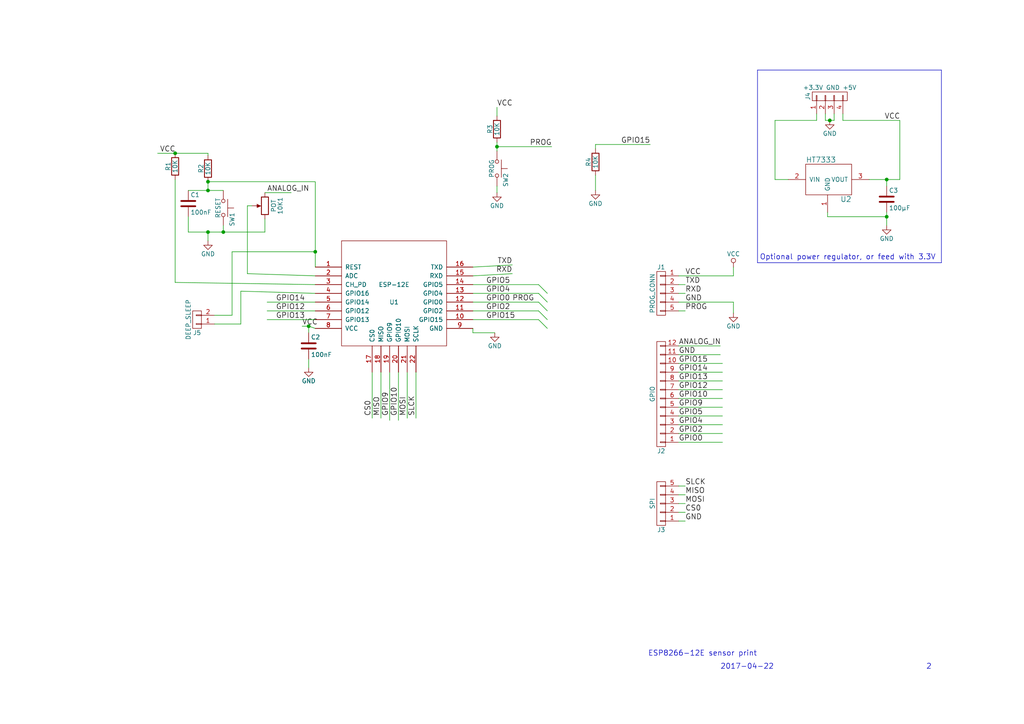
<source format=kicad_sch>
(kicad_sch (version 20230121) (generator eeschema)
  (paper "A4")
  (lib_symbols
    (symbol "ESP-Sensors-rescue:C" (pin_numbers hide) (pin_names (offset 0.254))
      (property "Reference" "C" (at 0.635 2.54 0))
      (property "Value" "C" (at 0.635 -2.54 0))
      (symbol "C_0_1"
        (polyline (pts (xy -2.032 -0.762) (xy 2.032 -0.762)) (stroke (width 0.508)))
        (polyline (pts (xy -2.032 0.762) (xy 2.032 0.762)) (stroke (width 0.508)))
      )
      (symbol "C_1_1"
        (pin passive line (at 0 3.81 270) (length 2.794) (name "~") (number "1"))
        (pin passive line (at 0 -3.81 90) (length 2.794) (name "~") (number "2"))
      )
    )
    (symbol "ESP-Sensors-rescue:CONN_01X02" (pin_names (offset 1.016) hide)
      (property "Reference" "J" (at 0 3.81 0))
      (property "Value" "CONN_01X02" (at 2.54 0 90))
      (symbol "CONN_01X02_0_1"
        (rectangle (start -1.27 -1.143) (end 0.254 -1.397))
        (rectangle (start -1.27 1.397) (end 0.254 1.143))
        (rectangle (start -1.27 2.54) (end 1.27 -2.54))
      )
      (symbol "CONN_01X02_1_1"
        (pin passive line (at -5.08 1.27 0) (length 3.81) (name "P1") (number "1"))
        (pin passive line (at -5.08 -1.27 0) (length 3.81) (name "P2") (number "2"))
      )
    )
    (symbol "ESP-Sensors-rescue:CONN_01X04" (pin_names (offset 1.016) hide)
      (property "Reference" "J" (at 0 6.35 0))
      (property "Value" "CONN_01X04" (at 2.54 0 90))
      (symbol "CONN_01X04_0_1"
        (rectangle (start -1.27 -3.683) (end 0.254 -3.937))
        (rectangle (start -1.27 -1.143) (end 0.254 -1.397))
        (rectangle (start -1.27 1.397) (end 0.254 1.143))
        (rectangle (start -1.27 3.937) (end 0.254 3.683))
        (rectangle (start -1.27 5.08) (end 1.27 -5.08))
      )
      (symbol "CONN_01X04_1_1"
        (pin power_out line (at -5.08 3.81 0) (length 3.81) (name "P1") (number "1"))
        (pin passive line (at -5.08 1.27 0) (length 3.81) (name "P2") (number "2"))
        (pin passive line (at -5.08 -1.27 0) (length 3.81) (name "P3") (number "3"))
        (pin passive line (at -5.08 -3.81 0) (length 3.81) (name "P4") (number "4"))
      )
    )
    (symbol "ESP-Sensors-rescue:CONN_01X05" (pin_names (offset 1.016) hide)
      (property "Reference" "J" (at 0 7.62 0))
      (property "Value" "CONN_01X05" (at 2.54 0 90))
      (symbol "CONN_01X05_0_1"
        (rectangle (start -1.27 -4.953) (end 0.254 -5.207))
        (rectangle (start -1.27 -2.413) (end 0.254 -2.667))
        (rectangle (start -1.27 0.127) (end 0.254 -0.127))
        (rectangle (start -1.27 2.667) (end 0.254 2.413))
        (rectangle (start -1.27 5.207) (end 0.254 4.953))
        (rectangle (start -1.27 6.35) (end 1.27 -6.35))
      )
      (symbol "CONN_01X05_1_1"
        (pin passive line (at -5.08 5.08 0) (length 3.81) (name "P1") (number "1"))
        (pin passive line (at -5.08 2.54 0) (length 3.81) (name "P2") (number "2"))
        (pin passive line (at -5.08 0 0) (length 3.81) (name "P3") (number "3"))
        (pin passive line (at -5.08 -2.54 0) (length 3.81) (name "P4") (number "4"))
        (pin passive line (at -5.08 -5.08 0) (length 3.81) (name "P5") (number "5"))
      )
    )
    (symbol "ESP-Sensors-rescue:CONN_01X12" (pin_names (offset 1.016) hide)
      (property "Reference" "J" (at 0 16.51 0))
      (property "Value" "CONN_01X12" (at 2.54 0 90))
      (symbol "CONN_01X12_0_1"
        (rectangle (start -1.27 -15.24) (end 1.27 15.24))
        (rectangle (start -1.27 -13.843) (end 0.254 -14.097))
        (rectangle (start -1.27 -11.303) (end 0.254 -11.557))
        (rectangle (start -1.27 -8.763) (end 0.254 -9.017))
        (rectangle (start -1.27 -6.223) (end 0.254 -6.477))
        (rectangle (start -1.27 -3.683) (end 0.254 -3.937))
        (rectangle (start -1.27 -1.143) (end 0.254 -1.397))
        (rectangle (start -1.27 1.397) (end 0.254 1.143))
        (rectangle (start -1.27 3.937) (end 0.254 3.683))
        (rectangle (start -1.27 6.477) (end 0.254 6.223))
        (rectangle (start -1.27 9.017) (end 0.254 8.763))
        (rectangle (start -1.27 11.557) (end 0.254 11.303))
        (rectangle (start -1.27 14.097) (end 0.254 13.843))
      )
      (symbol "CONN_01X12_1_1"
        (pin passive line (at -5.08 13.97 0) (length 3.81) (name "P1") (number "1"))
        (pin passive line (at -5.08 -8.89 0) (length 3.81) (name "P10") (number "10"))
        (pin passive line (at -5.08 -11.43 0) (length 3.81) (name "P11") (number "11"))
        (pin passive line (at -5.08 -13.97 0) (length 3.81) (name "P12") (number "12"))
        (pin passive line (at -5.08 11.43 0) (length 3.81) (name "P2") (number "2"))
        (pin passive line (at -5.08 8.89 0) (length 3.81) (name "P3") (number "3"))
        (pin passive line (at -5.08 6.35 0) (length 3.81) (name "P4") (number "4"))
        (pin passive line (at -5.08 3.81 0) (length 3.81) (name "P5") (number "5"))
        (pin passive line (at -5.08 1.27 0) (length 3.81) (name "P6") (number "6"))
        (pin passive line (at -5.08 -1.27 0) (length 3.81) (name "P7") (number "7"))
        (pin passive line (at -5.08 -3.81 0) (length 3.81) (name "P8") (number "8"))
        (pin passive line (at -5.08 -6.35 0) (length 3.81) (name "P9") (number "9"))
      )
    )
    (symbol "ESP-Sensors-rescue:ESP-12E" (pin_names (offset 1.016))
      (property "Reference" "U" (at 0 -2.54 0))
      (property "Value" "ESP-12E" (at 0 2.54 0))
      (symbol "ESP-12E_1_0"
        (rectangle (start -15.24 -15.24) (end 15.24 15.24))
      )
      (symbol "ESP-12E_1_1"
        (pin input line (at -22.86 7.62 0) (length 7.62) (name "REST") (number "1"))
        (pin bidirectional line (at 22.86 -7.62 180) (length 7.62) (name "GPIO15") (number "10"))
        (pin bidirectional line (at 22.86 -5.08 180) (length 7.62) (name "GPIO2") (number "11"))
        (pin bidirectional line (at 22.86 -2.54 180) (length 7.62) (name "GPIO0") (number "12"))
        (pin bidirectional line (at 22.86 0 180) (length 7.62) (name "GPIO4") (number "13"))
        (pin bidirectional line (at 22.86 2.54 180) (length 7.62) (name "GPIO5") (number "14"))
        (pin input line (at 22.86 5.08 180) (length 7.62) (name "RXD") (number "15"))
        (pin output line (at 22.86 7.62 180) (length 7.62) (name "TXD") (number "16"))
        (pin bidirectional line (at -6.35 -22.86 90) (length 7.62) (name "CS0") (number "17"))
        (pin bidirectional line (at -3.81 -22.86 90) (length 7.62) (name "MISO") (number "18"))
        (pin bidirectional line (at -1.27 -22.86 90) (length 7.62) (name "GPIO9") (number "19"))
        (pin passive line (at -22.86 5.08 0) (length 7.62) (name "ADC") (number "2"))
        (pin bidirectional line (at 1.27 -22.86 90) (length 7.62) (name "GPIO10") (number "20"))
        (pin bidirectional line (at 3.81 -22.86 90) (length 7.62) (name "MOSI") (number "21"))
        (pin bidirectional line (at 6.35 -22.86 90) (length 7.62) (name "SCLK") (number "22"))
        (pin input line (at -22.86 2.54 0) (length 7.62) (name "CH_PD") (number "3"))
        (pin bidirectional line (at -22.86 0 0) (length 7.62) (name "GPIO16") (number "4"))
        (pin bidirectional line (at -22.86 -2.54 0) (length 7.62) (name "GPIO14") (number "5"))
        (pin bidirectional line (at -22.86 -5.08 0) (length 7.62) (name "GPIO12") (number "6"))
        (pin bidirectional line (at -22.86 -7.62 0) (length 7.62) (name "GPIO13") (number "7"))
        (pin power_in line (at -22.86 -10.16 0) (length 7.62) (name "VCC") (number "8"))
        (pin power_in line (at 22.86 -10.16 180) (length 7.62) (name "GND") (number "9"))
      )
    )
    (symbol "ESP-Sensors-rescue:GND" (power) (pin_names (offset 0))
      (property "Value" "GND" (at 0 -3.81 0))
      (symbol "GND_0_1"
        (polyline (pts (xy 0 0) (xy 0 -1.27) (xy 1.27 -1.27) (xy 0 -2.54) (xy -1.27 -1.27) (xy 0 -1.27)))
      )
      (symbol "GND_1_1"
        (pin power_in line (at 0 0 270) (length 0) hide (name "GND") (number "1"))
      )
    )
    (symbol "ESP-Sensors-rescue:HT7333" (pin_names (offset 1.016))
      (property "Reference" "U" (at 6.985 -5.715 0))
      (property "Value" "HT7333" (at -1.905 5.715 0))
      (symbol "HT7333_0_1"
        (rectangle (start -6.35 4.445) (end 6.985 -4.445))
      )
      (symbol "HT7333_1_1"
        (pin passive line (at 0 -9.525 90) (length 5.08) (name "GND") (number "1"))
        (pin power_in line (at -11.43 0 0) (length 5.08) (name "VIN") (number "2"))
        (pin power_out line (at 12.065 0 180) (length 5.08) (name "VOUT") (number "3"))
      )
    )
    (symbol "ESP-Sensors-rescue:POT" (pin_numbers hide) (pin_names (offset 1.016) hide)
      (property "Reference" "RV" (at -4.445 0 90))
      (property "Value" "POT" (at -2.54 0 90))
      (symbol "POT_0_1"
        (polyline (pts (xy 2.54 0) (xy 1.524 0)))
        (polyline (pts (xy 1.143 0) (xy 2.286 0.508) (xy 2.286 -0.508)) (fill (type outline)))
        (rectangle (start 1.016 2.54) (end -1.016 -2.54) (stroke (width 0.254)))
      )
      (symbol "POT_1_1"
        (pin passive line (at 0 3.81 270) (length 1.27) (name "1") (number "1"))
        (pin passive line (at 3.81 0 180) (length 1.27) (name "2") (number "2"))
        (pin passive line (at 0 -3.81 90) (length 1.27) (name "3") (number "3"))
      )
    )
    (symbol "ESP-Sensors-rescue:PROG_CONN" (pin_names (offset 1.016) hide)
      (property "Reference" "J" (at 0 7.62 0))
      (property "Value" "PROG_CONN" (at 2.54 0 90))
      (symbol "PROG_CONN_0_1"
        (rectangle (start -1.27 -4.953) (end 0.254 -5.207))
        (rectangle (start -1.27 -2.413) (end 0.254 -2.667))
        (rectangle (start -1.27 0.127) (end 0.254 -0.127))
        (rectangle (start -1.27 2.667) (end 0.254 2.413))
        (rectangle (start -1.27 5.207) (end 0.254 4.953))
        (rectangle (start -1.27 6.35) (end 1.27 -6.35))
      )
      (symbol "PROG_CONN_1_1"
        (pin passive line (at -5.08 5.08 0) (length 3.81) (name "P1") (number "1"))
        (pin input line (at -5.08 2.54 0) (length 3.81) (name "P2") (number "2"))
        (pin output line (at -5.08 0 0) (length 3.81) (name "P3") (number "3"))
        (pin power_out line (at -5.08 -2.54 0) (length 3.81) (name "P4") (number "4"))
        (pin passive line (at -5.08 -5.08 0) (length 3.81) (name "P5") (number "5"))
      )
    )
    (symbol "ESP-Sensors-rescue:R" (pin_numbers hide) (pin_names (offset 0))
      (property "Reference" "R" (at 2.032 0 90))
      (property "Value" "R" (at 0 0 90))
      (symbol "R_0_1"
        (rectangle (start -1.016 -2.54) (end 1.016 2.54) (stroke (width 0.254)))
      )
      (symbol "R_1_1"
        (pin passive line (at 0 3.81 270) (length 1.27) (name "~") (number "1"))
        (pin passive line (at 0 -3.81 90) (length 1.27) (name "~") (number "2"))
      )
    )
    (symbol "ESP-Sensors-rescue:SW_Push" (pin_numbers hide) (pin_names (offset 1.016) hide)
      (property "Reference" "SW" (at 1.27 2.54 0))
      (property "Value" "SW_Push" (at 0 -1.524 0))
      (symbol "SW_Push_0_1"
        (circle (center -2.032 0) (radius 0.508))
        (polyline (pts (xy 0 1.27) (xy 0 3.048)))
        (polyline (pts (xy 2.54 1.27) (xy -2.54 1.27)))
        (circle (center 2.032 0) (radius 0.508))
        (pin passive line (at -5.08 0 0) (length 2.54) (name "1") (number "1"))
        (pin passive line (at 5.08 0 180) (length 2.54) (name "2") (number "2"))
      )
    )
    (symbol "ESP-Sensors-rescue:VCC" (power) (pin_names (offset 0))
      (property "Value" "VCC" (at 0 3.81 0))
      (symbol "VCC_0_1"
        (polyline (pts (xy 0 0) (xy 0 1.27)))
        (circle (center 0 1.905) (radius 0.635))
      )
      (symbol "VCC_1_1"
        (pin power_in line (at 0 0 90) (length 0) hide (name "VCC") (number "1"))
      )
    )
  )
  (bus_alias "GPIO[0..15]" (members "GPIO0" "GPIO2" "GPIO4" "GPIO5" "GPIO9" "GPIO10" "GPIO12" "GPIO13" "GPIO14" "GPIO15"))
  (junction (at 144.145 42.545))
  (junction (at 60.325 52.705))
  (junction (at 91.44 73.025))
  (junction (at 60.325 55.245))
  (junction (at 50.8 44.45))
  (junction (at 257.175 62.865))
  (junction (at 64.77 67.31))
  (junction (at 257.175 52.07))
  (junction (at 89.535 94.615))
  (junction (at 60.325 67.31))
  (junction (at 240.665 34.925))
  (bus_entry (at 156.21 85.09) (size 2.54 2.54))
  (bus_entry (at 156.21 87.63) (size 2.54 2.54))
  (bus_entry (at 156.21 92.71) (size 2.54 2.54))
  (bus_entry (at 156.21 90.17) (size 2.54 2.54))
  (bus_entry (at 156.21 82.55) (size 2.54 2.54))
  (wire (pts (xy 137.16 87.63) (xy 156.21 87.63)))
  (wire (pts (xy 71.755 59.69) (xy 73.025 59.69)))
  (wire (pts (xy 196.85 123.19) (xy 209.55 123.19)))
  (wire (pts (xy 196.85 146.05) (xy 198.755 146.05)))
  (wire (pts (xy 137.16 85.09) (xy 156.21 85.09)))
  (wire (pts (xy 257.175 52.07) (xy 252.095 52.07)))
  (wire (pts (xy 120.65 107.95) (xy 120.65 121.285)))
  (wire (pts (xy 196.85 143.51) (xy 198.755 143.51)))
  (wire (pts (xy 224.79 52.07) (xy 228.6 52.07)))
  (wire (pts (xy 76.835 67.31) (xy 76.835 63.5)))
  (wire (pts (xy 196.85 90.17) (xy 198.755 90.17)))
  (wire (pts (xy 196.85 110.49) (xy 209.55 110.49)))
  (wire (pts (xy 71.755 79.375) (xy 71.755 59.69)))
  (wire (pts (xy 196.85 85.09) (xy 198.755 85.09)))
  (wire (pts (xy 137.16 96.52) (xy 137.16 95.25)))
  (wire (pts (xy 143.51 96.52) (xy 137.16 96.52)))
  (wire (pts (xy 64.77 67.31) (xy 76.835 67.31)))
  (wire (pts (xy 137.16 82.55) (xy 156.21 82.55)))
  (wire (pts (xy 60.325 44.45) (xy 60.325 45.085)))
  (wire (pts (xy 77.47 90.17) (xy 91.44 90.17)))
  (polyline (pts (xy 273.05 20.32) (xy 219.71 20.32)))
  (wire (pts (xy 240.03 61.595) (xy 240.03 62.865)))
  (wire (pts (xy 62.23 91.44) (xy 67.31 91.44)))
  (wire (pts (xy 91.44 52.705) (xy 91.44 73.025)))
  (wire (pts (xy 137.16 90.17) (xy 156.21 90.17)))
  (wire (pts (xy 50.8 81.915) (xy 91.44 82.55)))
  (wire (pts (xy 212.725 80.01) (xy 212.725 77.47)))
  (polyline (pts (xy 273.05 76.2) (xy 273.05 20.32)))
  (wire (pts (xy 172.72 50.8) (xy 172.72 55.245)))
  (wire (pts (xy 54.61 67.31) (xy 60.325 67.31)))
  (wire (pts (xy 196.85 113.03) (xy 209.55 113.03)))
  (wire (pts (xy 60.325 67.31) (xy 64.77 67.31)))
  (wire (pts (xy 244.475 34.925) (xy 260.985 34.925)))
  (wire (pts (xy 196.85 102.87) (xy 208.915 102.87)))
  (wire (pts (xy 110.49 107.95) (xy 110.49 121.285)))
  (polyline (pts (xy 219.71 76.2) (xy 273.05 76.2)))
  (wire (pts (xy 257.175 62.865) (xy 257.175 65.405)))
  (wire (pts (xy 45.72 44.45) (xy 50.8 44.45)))
  (wire (pts (xy 89.535 94.615) (xy 91.44 95.25)))
  (wire (pts (xy 196.85 115.57) (xy 209.55 115.57)))
  (wire (pts (xy 77.47 92.71) (xy 91.44 92.71)))
  (wire (pts (xy 60.325 52.705) (xy 91.44 52.705)))
  (wire (pts (xy 64.77 67.31) (xy 64.77 65.405)))
  (wire (pts (xy 144.145 42.545) (xy 160.02 42.545)))
  (wire (pts (xy 257.175 61.595) (xy 257.175 62.865)))
  (wire (pts (xy 144.145 33.655) (xy 144.145 31.115)))
  (wire (pts (xy 54.61 62.865) (xy 54.61 67.31)))
  (wire (pts (xy 67.31 91.44) (xy 67.31 73.025)))
  (wire (pts (xy 196.85 105.41) (xy 209.55 105.41)))
  (wire (pts (xy 244.475 33.02) (xy 244.475 34.925)))
  (wire (pts (xy 196.85 118.11) (xy 209.55 118.11)))
  (wire (pts (xy 60.325 55.245) (xy 60.325 52.705)))
  (wire (pts (xy 241.935 34.925) (xy 241.935 33.02)))
  (wire (pts (xy 50.8 44.45) (xy 60.325 44.45)))
  (wire (pts (xy 137.16 92.71) (xy 156.21 92.71)))
  (wire (pts (xy 196.85 107.95) (xy 209.55 107.95)))
  (wire (pts (xy 89.535 94.615) (xy 89.535 96.52)))
  (wire (pts (xy 196.85 100.33) (xy 208.915 100.33)))
  (wire (pts (xy 91.44 73.025) (xy 91.44 77.47)))
  (wire (pts (xy 196.85 140.97) (xy 198.755 140.97)))
  (wire (pts (xy 144.145 42.545) (xy 144.145 43.815)))
  (wire (pts (xy 50.8 52.07) (xy 50.8 81.915)))
  (wire (pts (xy 239.395 34.925) (xy 240.665 34.925)))
  (wire (pts (xy 87.63 94.615) (xy 89.535 94.615)))
  (wire (pts (xy 260.985 52.07) (xy 257.175 52.07)))
  (wire (pts (xy 196.85 151.13) (xy 198.755 151.13)))
  (wire (pts (xy 60.325 55.245) (xy 64.77 55.245)))
  (wire (pts (xy 196.85 82.55) (xy 198.755 82.55)))
  (wire (pts (xy 77.47 87.63) (xy 91.44 87.63)))
  (wire (pts (xy 69.85 93.98) (xy 62.23 93.98)))
  (wire (pts (xy 196.85 80.01) (xy 212.725 80.01)))
  (wire (pts (xy 54.61 55.245) (xy 60.325 55.245)))
  (wire (pts (xy 113.03 107.95) (xy 113.03 121.92)))
  (wire (pts (xy 107.95 107.95) (xy 107.95 121.285)))
  (wire (pts (xy 240.665 34.925) (xy 241.935 34.925)))
  (wire (pts (xy 196.85 125.73) (xy 209.55 125.73)))
  (wire (pts (xy 196.85 148.59) (xy 198.755 148.59)))
  (wire (pts (xy 224.79 34.925) (xy 224.79 52.07)))
  (wire (pts (xy 224.79 34.925) (xy 236.855 34.925)))
  (wire (pts (xy 71.755 79.375) (xy 91.44 80.01)))
  (wire (pts (xy 137.16 80.01) (xy 148.59 79.375)))
  (wire (pts (xy 144.145 53.975) (xy 144.145 55.88)))
  (wire (pts (xy 172.72 41.91) (xy 172.72 43.18)))
  (wire (pts (xy 115.57 107.95) (xy 115.57 121.92)))
  (wire (pts (xy 118.11 107.95) (xy 118.11 121.285)))
  (wire (pts (xy 239.395 33.02) (xy 239.395 34.925)))
  (wire (pts (xy 260.985 34.925) (xy 260.985 52.07)))
  (wire (pts (xy 236.855 34.925) (xy 236.855 33.02)))
  (wire (pts (xy 69.85 84.455) (xy 69.85 93.98)))
  (wire (pts (xy 257.175 52.07) (xy 257.175 53.975)))
  (wire (pts (xy 240.03 62.865) (xy 257.175 62.865)))
  (polyline (pts (xy 219.71 20.32) (xy 219.71 76.2)))
  (wire (pts (xy 76.835 55.88) (xy 84.455 55.88)))
  (wire (pts (xy 67.31 73.025) (xy 91.44 73.025)))
  (wire (pts (xy 89.535 104.14) (xy 89.535 106.68)))
  (wire (pts (xy 144.145 41.275) (xy 144.145 42.545)))
  (wire (pts (xy 172.72 41.91) (xy 188.595 41.91)))
  (wire (pts (xy 196.85 120.65) (xy 209.55 120.65)))
  (wire (pts (xy 60.325 67.31) (xy 60.325 69.85)))
  (wire (pts (xy 196.85 87.63) (xy 212.725 87.63)))
  (wire (pts (xy 137.16 77.47) (xy 148.59 76.835)))
  (wire (pts (xy 212.725 87.63) (xy 212.725 90.805)))
  (wire (pts (xy 196.85 128.27) (xy 209.55 128.27)))
  (wire (pts (xy 69.85 84.455) (xy 91.44 85.09)))
  (text "2" (at 268.605 194.31 0) (effects (font (size 1.524 1.524)) (justify left bottom)))
  (text "2017-04-22" (at 208.915 194.31 0) (effects (font (size 1.524 1.524)) (justify left bottom)))
  (text "ESP8266-12E sensor print" (at 187.96 190.5 0) (effects (font (size 1.524 1.524)) (justify left bottom)))
  (text "Optional power regulator, or feed with 3.3V" (at 220.345 75.565 0) (effects (font (size 1.524 1.524)) (justify left bottom)))
  (label "MISO" (at 110.49 120.65 90) (effects (font (size 1.524 1.524))))
  (label "RXD" (at 198.755 85.09 0) (effects (font (size 1.524 1.524))))
  (label "GPIO13" (at 80.01 92.71 0) (effects (font (size 1.524 1.524))))
  (label "SLCK" (at 120.65 120.65 90) (effects (font (size 1.524 1.524))))
  (label "TXD" (at 198.755 82.55 0) (effects (font (size 1.524 1.524))))
  (label "PROG" (at 154.94 87.63 180) (effects (font (size 1.524 1.524))))
  (label "MISO" (at 198.755 143.51 0) (effects (font (size 1.524 1.524))))
  (label "CS0" (at 198.755 148.59 0) (effects (font (size 1.524 1.524))))
  (label "TXD" (at 148.59 76.835 180) (effects (font (size 1.524 1.524))))
  (label "GPIO10" (at 196.85 115.57 0) (effects (font (size 1.524 1.524))))
  (label "VCC" (at 256.54 34.925 0) (effects (font (size 1.524 1.524))))
  (label "CS0" (at 107.95 120.65 90) (effects (font (size 1.524 1.524))))
  (label "SLCK" (at 198.755 140.97 0) (effects (font (size 1.524 1.524))))
  (label "GPIO15" (at 140.97 92.71 0) (effects (font (size 1.524 1.524))))
  (label "GPIO12" (at 80.01 90.17 0) (effects (font (size 1.524 1.524))))
  (label "PROG" (at 198.755 90.17 0) (effects (font (size 1.524 1.524))))
  (label "GPIO15" (at 196.85 105.41 0) (effects (font (size 1.524 1.524))))
  (label "PROG" (at 160.02 42.545 180) (effects (font (size 1.524 1.524))))
  (label "GPIO0" (at 196.85 128.27 0) (effects (font (size 1.524 1.524))))
  (label "VCC" (at 144.145 31.115 0) (effects (font (size 1.524 1.524))))
  (label "GPIO2" (at 140.97 90.17 0) (effects (font (size 1.524 1.524))))
  (label "GPIO4" (at 140.97 85.09 0) (effects (font (size 1.524 1.524))))
  (label "GPIO0" (at 140.97 87.63 0) (effects (font (size 1.524 1.524))))
  (label "GND" (at 196.85 102.87 0) (effects (font (size 1.524 1.524))))
  (label "MOSI" (at 118.11 120.65 90) (effects (font (size 1.524 1.524))))
  (label "GPIO9" (at 113.03 120.65 90) (effects (font (size 1.524 1.524))))
  (label "GPIO14" (at 80.01 87.63 0) (effects (font (size 1.524 1.524))))
  (label "VCC" (at 87.63 94.615 0) (effects (font (size 1.524 1.524))))
  (label "GPIO5" (at 196.85 120.65 0) (effects (font (size 1.524 1.524))))
  (label "GPIO13" (at 196.85 110.49 0) (effects (font (size 1.524 1.524))))
  (label "GPIO12" (at 196.85 113.03 0) (effects (font (size 1.524 1.524))))
  (label "GND" (at 198.755 87.63 0) (effects (font (size 1.524 1.524))))
  (label "ANALOG_IN" (at 77.47 55.88 0) (effects (font (size 1.524 1.524))))
  (label "GPIO2" (at 196.85 125.73 0) (effects (font (size 1.524 1.524))))
  (label "MOSI" (at 198.755 146.05 0) (effects (font (size 1.524 1.524))))
  (label "GND" (at 198.755 151.13 0) (effects (font (size 1.524 1.524))))
  (label "GPIO4" (at 196.85 123.19 0) (effects (font (size 1.524 1.524))))
  (label "VCC" (at 46.355 44.45 0) (effects (font (size 1.524 1.524))))
  (label "VCC" (at 198.755 80.01 0) (effects (font (size 1.524 1.524))))
  (label "RXD" (at 148.59 79.375 180) (effects (font (size 1.524 1.524))))
  (label "GPIO14" (at 196.85 107.95 0) (effects (font (size 1.524 1.524))))
  (label "GPIO5" (at 140.97 82.55 0) (effects (font (size 1.524 1.524))))
  (label "GPIO9" (at 196.85 118.11 0) (effects (font (size 1.524 1.524))))
  (label "GPIO15" (at 188.595 41.91 180) (effects (font (size 1.524 1.524))))
  (label "ANALOG_IN" (at 196.85 100.33 0) (effects (font (size 1.524 1.524))))
  (label "GPIO10" (at 115.57 120.65 90) (effects (font (size 1.524 1.524))))
  (symbol (lib_id "ESP-Sensors-rescue:ESP-12E") (at 114.3 85.09 0) (unit 1)
    (property "Reference" "U1" (at 114.3 87.63 0))
    (property "Value" "ESP-12E" (at 114.3 82.55 0))
    (property "Footprint" "ESP8266:ESP-12E" (effects hide))
  )
  (symbol (lib_id "ESP-Sensors-rescue:CONN_01X12") (at 191.77 114.3 180) (unit 1)
    (property "Reference" "J2" (at 191.77 130.81 0))
    (property "Value" "GPIO" (at 189.23 114.3 90))
    (property "Footprint" "Pin_Headers:Pin_Header_Straight_1x12" (effects hide))
  )
  (symbol (lib_id "ESP-Sensors-rescue:R") (at 60.325 48.895 180) (unit 1)
    (property "Reference" "R2" (at 58.293 48.895 90))
    (property "Value" "10K" (at 60.325 48.895 90))
    (property "Footprint" "Resistors_SMD:R_0805_HandSoldering" (effects hide))
  )
  (symbol (lib_id "ESP-Sensors-rescue:SW_Push") (at 64.77 60.325 270) (unit 1)
    (property "Reference" "SW1" (at 67.31 61.595 0) (effects (justify left)))
    (property "Value" "RESET" (at 63.246 60.325 0))
    (property "Footprint" "Buttons_Switches_THT:SW_PUSH_6mm" (effects hide))
  )
  (symbol (lib_id "ESP-Sensors-rescue:GND") (at 60.325 69.85 0) (unit 1)
    (property "Reference" "#PWR01" (effects hide))
    (property "Value" "GND" (at 60.325 73.66 0))
  )
  (symbol (lib_id "ESP-Sensors-rescue:R") (at 50.8 48.26 180) (unit 1)
    (property "Reference" "R1" (at 48.768 48.26 90))
    (property "Value" "10K" (at 50.8 48.26 90))
    (property "Footprint" "Resistors_SMD:R_0805_HandSoldering" (effects hide))
  )
  (symbol (lib_id "ESP-Sensors-rescue:POT") (at 76.835 59.69 180) (unit 1)
    (property "Reference" "10K1" (at 81.28 59.69 90))
    (property "Value" "POT" (at 79.375 59.69 90))
    (property "Footprint" "Potentiometers:Potentiometer_Trimmer_Vishay_T73YP_Horizontal" (effects hide))
  )
  (symbol (lib_id "ESP-Sensors-rescue:C") (at 257.175 57.785 0) (unit 1)
    (property "Reference" "C3" (at 257.81 55.245 0) (effects (justify left)))
    (property "Value" "100µF" (at 257.81 60.325 0) (effects (justify left)))
    (property "Footprint" "Capacitors_SMD:c_elec_6.3x7.7" (effects hide))
  )
  (symbol (lib_id "ESP-Sensors-rescue:GND") (at 257.175 65.405 0) (unit 1)
    (property "Reference" "#PWR02" (effects hide))
    (property "Value" "GND" (at 257.175 69.215 0))
  )
  (symbol (lib_id "ESP-Sensors-rescue:GND") (at 212.725 90.805 0) (unit 1)
    (property "Reference" "#PWR03" (effects hide))
    (property "Value" "GND" (at 212.725 94.615 0))
  )
  (symbol (lib_id "ESP-Sensors-rescue:C") (at 54.61 59.055 0) (unit 1)
    (property "Reference" "C1" (at 55.245 56.515 0) (effects (justify left)))
    (property "Value" "100nF" (at 55.245 61.595 0) (effects (justify left)))
    (property "Footprint" "Capacitors_SMD:C_0805_HandSoldering" (effects hide))
  )
  (symbol (lib_id "ESP-Sensors-rescue:R") (at 144.145 37.465 180) (unit 1)
    (property "Reference" "R3" (at 142.113 37.465 90))
    (property "Value" "10K" (at 144.145 37.465 90))
    (property "Footprint" "Resistors_SMD:R_0805_HandSoldering" (effects hide))
  )
  (symbol (lib_id "ESP-Sensors-rescue:SW_Push") (at 144.145 48.895 270) (unit 1)
    (property "Reference" "SW2" (at 146.685 50.165 0) (effects (justify left)))
    (property "Value" "PROG" (at 142.621 48.895 0))
    (property "Footprint" "Buttons_Switches_THT:SW_PUSH_6mm" (effects hide))
  )
  (symbol (lib_id "ESP-Sensors-rescue:GND") (at 144.145 55.88 0) (unit 1)
    (property "Reference" "#PWR04" (effects hide))
    (property "Value" "GND" (at 144.145 59.69 0))
  )
  (symbol (lib_id "ESP-Sensors-rescue:VCC") (at 212.725 77.47 0) (unit 1)
    (property "Reference" "#PWR05" (effects hide))
    (property "Value" "VCC" (at 212.725 73.66 0))
  )
  (symbol (lib_id "ESP-Sensors-rescue:GND") (at 143.51 96.52 0) (unit 1)
    (property "Reference" "#PWR06" (effects hide))
    (property "Value" "GND" (at 143.51 100.33 0))
  )
  (symbol (lib_id "ESP-Sensors-rescue:PROG_CONN") (at 191.77 85.09 0) (mirror y) (unit 1)
    (property "Reference" "J1" (at 191.77 77.47 0))
    (property "Value" "PROG_CONN" (at 189.23 85.09 90))
    (property "Footprint" "ESP-RS232:Pin_Header_Straight_1x05b" (effects hide))
  )
  (symbol (lib_id "ESP-Sensors-rescue:GND") (at 240.665 34.925 0) (unit 1)
    (property "Reference" "#PWR07" (effects hide))
    (property "Value" "GND" (at 240.665 38.735 0))
  )
  (symbol (lib_id "ESP-Sensors-rescue:GND") (at 89.535 106.68 0) (unit 1)
    (property "Reference" "#PWR08" (effects hide))
    (property "Value" "GND" (at 89.535 110.49 0))
  )
  (symbol (lib_id "ESP-Sensors-rescue:C") (at 89.535 100.33 0) (unit 1)
    (property "Reference" "C2" (at 90.17 97.79 0) (effects (justify left)))
    (property "Value" "100nF" (at 90.17 102.87 0) (effects (justify left)))
    (property "Footprint" "Capacitors_SMD:C_0805_HandSoldering" (effects hide))
  )
  (symbol (lib_id "ESP-Sensors-rescue:CONN_01X05") (at 191.77 146.05 180) (unit 1)
    (property "Reference" "J3" (at 191.77 153.67 0))
    (property "Value" "SPI" (at 189.23 146.05 90))
    (property "Footprint" "ESP-RS232:SPI_Header" (effects hide))
  )
  (symbol (lib_id "ESP-Sensors-rescue:CONN_01X04") (at 240.665 27.94 90) (unit 1)
    (property "Reference" "J4" (at 234.315 27.94 0))
    (property "Value" "+3.3V GND +5V" (at 240.665 25.4 90))
    (property "Footprint" "Pin_Headers:Pin_Header_Straight_1x04" (effects hide))
  )
  (symbol (lib_id "ESP-Sensors-rescue:CONN_01X02") (at 57.15 92.71 180) (unit 1)
    (property "Reference" "J5" (at 57.15 96.52 0))
    (property "Value" "DEEP_SLEEP" (at 54.61 92.71 90))
    (property "Footprint" "Pin_Headers:Pin_Header_Straight_1x02" (effects hide))
  )
  (symbol (lib_id "ESP-Sensors-rescue:R") (at 172.72 46.99 180) (unit 1)
    (property "Reference" "R4" (at 170.688 46.99 90))
    (property "Value" "10K" (at 172.72 46.99 90))
    (property "Footprint" "Resistors_SMD:R_0805_HandSoldering" (effects hide))
  )
  (symbol (lib_id "ESP-Sensors-rescue:GND") (at 172.72 55.245 0) (unit 1)
    (property "Reference" "#PWR09" (effects hide))
    (property "Value" "GND" (at 172.72 59.055 0))
  )
  (symbol (lib_id "ESP-Sensors-rescue:HT7333") (at 240.03 52.07 0) (unit 1)
    (property "Reference" "U2" (at 247.015 57.785 0) (effects (font (size 1.524 1.524)) (justify right)))
    (property "Value" "HT7333" (at 238.125 46.355 0) (effects (font (size 1.524 1.524))))
    (property "Footprint" "TO_SOT_Packages_SMD:SOT89-3_Housing_Handsoldering" (effects hide))
  )
)
</source>
